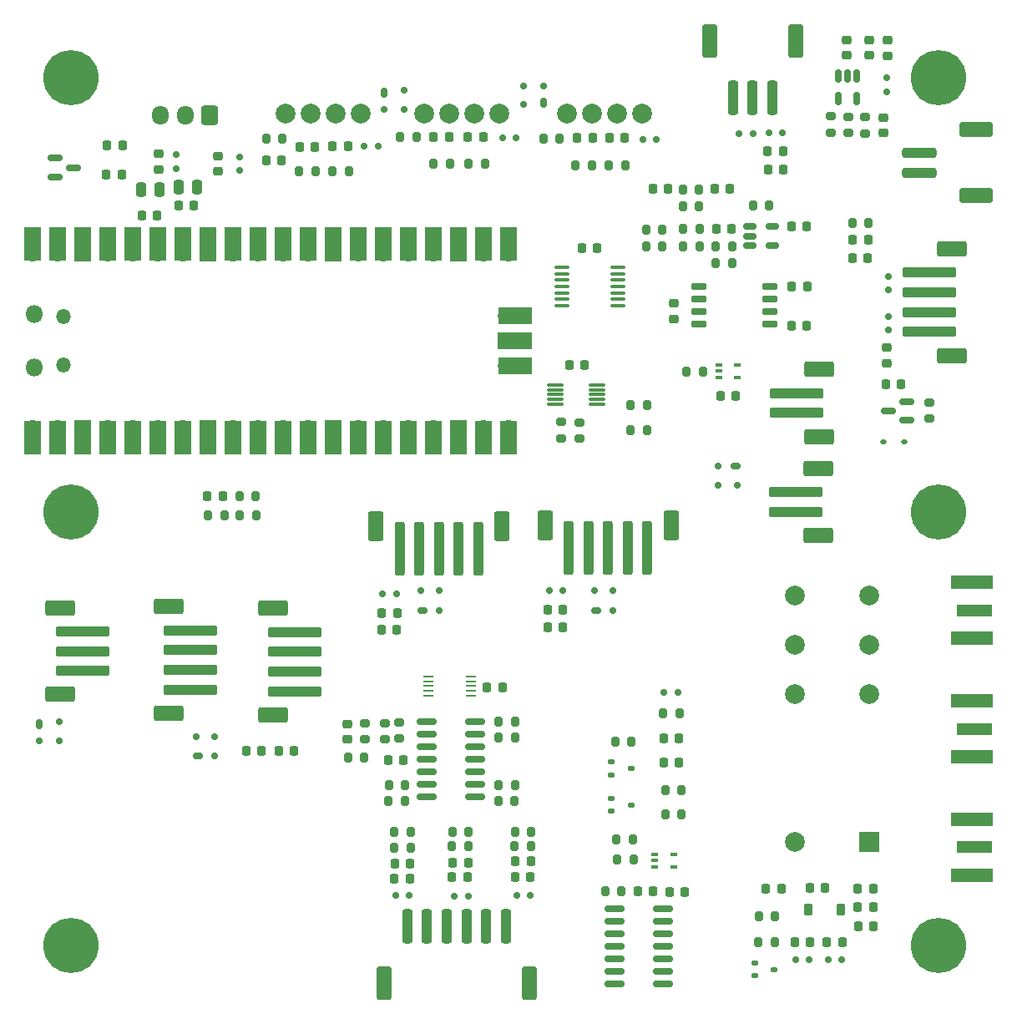
<source format=gbr>
%TF.GenerationSoftware,KiCad,Pcbnew,8.0.5*%
%TF.CreationDate,2024-11-15T14:38:43+00:00*%
%TF.ProjectId,HF PA Radio Interface,48462050-4120-4526-9164-696f20496e74,rev?*%
%TF.SameCoordinates,Original*%
%TF.FileFunction,Soldermask,Top*%
%TF.FilePolarity,Negative*%
%FSLAX46Y46*%
G04 Gerber Fmt 4.6, Leading zero omitted, Abs format (unit mm)*
G04 Created by KiCad (PCBNEW 8.0.5) date 2024-11-15 14:38:43*
%MOMM*%
%LPD*%
G01*
G04 APERTURE LIST*
G04 Aperture macros list*
%AMRoundRect*
0 Rectangle with rounded corners*
0 $1 Rounding radius*
0 $2 $3 $4 $5 $6 $7 $8 $9 X,Y pos of 4 corners*
0 Add a 4 corners polygon primitive as box body*
4,1,4,$2,$3,$4,$5,$6,$7,$8,$9,$2,$3,0*
0 Add four circle primitives for the rounded corners*
1,1,$1+$1,$2,$3*
1,1,$1+$1,$4,$5*
1,1,$1+$1,$6,$7*
1,1,$1+$1,$8,$9*
0 Add four rect primitives between the rounded corners*
20,1,$1+$1,$2,$3,$4,$5,0*
20,1,$1+$1,$4,$5,$6,$7,0*
20,1,$1+$1,$6,$7,$8,$9,0*
20,1,$1+$1,$8,$9,$2,$3,0*%
G04 Aperture macros list end*
%ADD10RoundRect,0.200000X0.200000X0.275000X-0.200000X0.275000X-0.200000X-0.275000X0.200000X-0.275000X0*%
%ADD11RoundRect,0.200000X-0.200000X-0.275000X0.200000X-0.275000X0.200000X0.275000X-0.200000X0.275000X0*%
%ADD12RoundRect,0.150000X-0.650000X-0.150000X0.650000X-0.150000X0.650000X0.150000X-0.650000X0.150000X0*%
%ADD13RoundRect,0.225000X-0.250000X0.225000X-0.250000X-0.225000X0.250000X-0.225000X0.250000X0.225000X0*%
%ADD14RoundRect,0.218750X-0.218750X-0.256250X0.218750X-0.256250X0.218750X0.256250X-0.218750X0.256250X0*%
%ADD15RoundRect,0.225000X-0.225000X-0.250000X0.225000X-0.250000X0.225000X0.250000X-0.225000X0.250000X0*%
%ADD16RoundRect,0.087500X-0.725000X-0.087500X0.725000X-0.087500X0.725000X0.087500X-0.725000X0.087500X0*%
%ADD17C,2.000000*%
%ADD18R,2.000000X2.000000*%
%ADD19RoundRect,0.200000X-0.275000X0.200000X-0.275000X-0.200000X0.275000X-0.200000X0.275000X0.200000X0*%
%ADD20RoundRect,0.225000X0.225000X0.375000X-0.225000X0.375000X-0.225000X-0.375000X0.225000X-0.375000X0*%
%ADD21RoundRect,0.175000X0.325000X-0.175000X0.325000X0.175000X-0.325000X0.175000X-0.325000X-0.175000X0*%
%ADD22RoundRect,0.150000X0.150000X-0.200000X0.150000X0.200000X-0.150000X0.200000X-0.150000X-0.200000X0*%
%ADD23RoundRect,0.250000X0.600000X0.725000X-0.600000X0.725000X-0.600000X-0.725000X0.600000X-0.725000X0*%
%ADD24O,1.700000X1.950000*%
%ADD25RoundRect,0.250000X0.250000X1.500000X-0.250000X1.500000X-0.250000X-1.500000X0.250000X-1.500000X0*%
%ADD26RoundRect,0.250001X0.499999X1.449999X-0.499999X1.449999X-0.499999X-1.449999X0.499999X-1.449999X0*%
%ADD27RoundRect,0.112500X-0.187500X-0.112500X0.187500X-0.112500X0.187500X0.112500X-0.187500X0.112500X0*%
%ADD28RoundRect,0.250000X2.500000X-0.250000X2.500000X0.250000X-2.500000X0.250000X-2.500000X-0.250000X0*%
%ADD29RoundRect,0.250000X1.250000X-0.550000X1.250000X0.550000X-1.250000X0.550000X-1.250000X-0.550000X0*%
%ADD30RoundRect,0.175000X-0.325000X0.175000X-0.325000X-0.175000X0.325000X-0.175000X0.325000X0.175000X0*%
%ADD31RoundRect,0.150000X-0.150000X0.200000X-0.150000X-0.200000X0.150000X-0.200000X0.150000X0.200000X0*%
%ADD32RoundRect,0.225000X0.225000X0.250000X-0.225000X0.250000X-0.225000X-0.250000X0.225000X-0.250000X0*%
%ADD33RoundRect,0.250000X-0.250000X-2.500000X0.250000X-2.500000X0.250000X2.500000X-0.250000X2.500000X0*%
%ADD34RoundRect,0.250000X-0.550000X-1.250000X0.550000X-1.250000X0.550000X1.250000X-0.550000X1.250000X0*%
%ADD35C,5.600000*%
%ADD36RoundRect,0.175000X-0.175000X-0.325000X0.175000X-0.325000X0.175000X0.325000X-0.175000X0.325000X0*%
%ADD37RoundRect,0.150000X-0.200000X-0.150000X0.200000X-0.150000X0.200000X0.150000X-0.200000X0.150000X0*%
%ADD38RoundRect,0.150000X0.150000X0.200000X-0.150000X0.200000X-0.150000X-0.200000X0.150000X-0.200000X0*%
%ADD39RoundRect,0.100000X-0.225000X-0.100000X0.225000X-0.100000X0.225000X0.100000X-0.225000X0.100000X0*%
%ADD40RoundRect,0.218750X-0.256250X0.218750X-0.256250X-0.218750X0.256250X-0.218750X0.256250X0.218750X0*%
%ADD41RoundRect,0.200000X0.275000X-0.200000X0.275000X0.200000X-0.275000X0.200000X-0.275000X-0.200000X0*%
%ADD42O,1.800000X1.800000*%
%ADD43O,1.500000X1.500000*%
%ADD44O,1.700000X1.700000*%
%ADD45R,1.700000X3.500000*%
%ADD46R,1.700000X1.700000*%
%ADD47R,3.500000X1.700000*%
%ADD48RoundRect,0.150000X-0.150000X0.512500X-0.150000X-0.512500X0.150000X-0.512500X0.150000X0.512500X0*%
%ADD49RoundRect,0.112500X-0.237500X0.112500X-0.237500X-0.112500X0.237500X-0.112500X0.237500X0.112500X0*%
%ADD50R,3.600000X1.270000*%
%ADD51R,4.200000X1.350000*%
%ADD52RoundRect,0.250000X-0.250000X-1.500000X0.250000X-1.500000X0.250000X1.500000X-0.250000X1.500000X0*%
%ADD53RoundRect,0.250001X-0.499999X-1.449999X0.499999X-1.449999X0.499999X1.449999X-0.499999X1.449999X0*%
%ADD54RoundRect,0.150000X0.587500X0.150000X-0.587500X0.150000X-0.587500X-0.150000X0.587500X-0.150000X0*%
%ADD55RoundRect,0.218750X0.256250X-0.218750X0.256250X0.218750X-0.256250X0.218750X-0.256250X-0.218750X0*%
%ADD56RoundRect,0.150000X-0.150000X-0.200000X0.150000X-0.200000X0.150000X0.200000X-0.150000X0.200000X0*%
%ADD57RoundRect,0.225000X0.250000X-0.225000X0.250000X0.225000X-0.250000X0.225000X-0.250000X-0.225000X0*%
%ADD58RoundRect,0.250000X1.500000X-0.250000X1.500000X0.250000X-1.500000X0.250000X-1.500000X-0.250000X0*%
%ADD59RoundRect,0.250001X1.449999X-0.499999X1.449999X0.499999X-1.449999X0.499999X-1.449999X-0.499999X0*%
%ADD60RoundRect,0.150000X-0.512500X-0.150000X0.512500X-0.150000X0.512500X0.150000X-0.512500X0.150000X0*%
%ADD61RoundRect,0.218750X0.218750X0.256250X-0.218750X0.256250X-0.218750X-0.256250X0.218750X-0.256250X0*%
%ADD62RoundRect,0.150000X0.200000X-0.150000X0.200000X0.150000X-0.200000X0.150000X-0.200000X-0.150000X0*%
%ADD63RoundRect,0.250000X-2.500000X0.250000X-2.500000X-0.250000X2.500000X-0.250000X2.500000X0.250000X0*%
%ADD64RoundRect,0.250000X-1.250000X0.550000X-1.250000X-0.550000X1.250000X-0.550000X1.250000X0.550000X0*%
%ADD65RoundRect,0.175000X0.175000X0.325000X-0.175000X0.325000X-0.175000X-0.325000X0.175000X-0.325000X0*%
%ADD66RoundRect,0.150000X0.200000X0.150000X-0.200000X0.150000X-0.200000X-0.150000X0.200000X-0.150000X0*%
%ADD67RoundRect,0.250000X0.250000X0.475000X-0.250000X0.475000X-0.250000X-0.475000X0.250000X-0.475000X0*%
%ADD68RoundRect,0.150000X-0.587500X-0.150000X0.587500X-0.150000X0.587500X0.150000X-0.587500X0.150000X0*%
%ADD69R,1.100000X0.250000*%
%ADD70RoundRect,0.150000X-0.200000X0.150000X-0.200000X-0.150000X0.200000X-0.150000X0.200000X0.150000X0*%
%ADD71RoundRect,0.150000X-0.825000X-0.150000X0.825000X-0.150000X0.825000X0.150000X-0.825000X0.150000X0*%
%ADD72RoundRect,0.100000X-0.637500X-0.100000X0.637500X-0.100000X0.637500X0.100000X-0.637500X0.100000X0*%
G04 APERTURE END LIST*
D10*
%TO.C,R22*%
X139840000Y-129320000D03*
X138190000Y-129320000D03*
%TD*%
D11*
%TO.C,R29*%
X171405000Y-74760000D03*
X173055000Y-74760000D03*
%TD*%
D12*
%TO.C,U8*%
X169640000Y-77195000D03*
X169640000Y-78465000D03*
X169640000Y-79735000D03*
X169640000Y-81005000D03*
X176840000Y-81005000D03*
X176840000Y-79735000D03*
X176840000Y-78465000D03*
X176840000Y-77195000D03*
%TD*%
D13*
%TO.C,C5*%
X134040000Y-121535000D03*
X134040000Y-123085000D03*
%TD*%
D14*
%TO.C,L17*%
X160582500Y-62070000D03*
X162157500Y-62070000D03*
%TD*%
D15*
%TO.C,C28*%
X179095000Y-77130000D03*
X180645000Y-77130000D03*
%TD*%
D16*
%TO.C,U6*%
X155130000Y-87120000D03*
X155130000Y-87620000D03*
X155130000Y-88120000D03*
X155130000Y-88620000D03*
X155130000Y-89120000D03*
X159355000Y-89120000D03*
X159355000Y-88620000D03*
X159355000Y-88120000D03*
X159355000Y-87620000D03*
X159355000Y-87120000D03*
%TD*%
D17*
%TO.C,K1*%
X186937500Y-113477500D03*
X179437500Y-113477500D03*
X186937500Y-118477500D03*
X179437500Y-118477500D03*
X186937500Y-108477500D03*
X179437500Y-108477500D03*
D18*
X186937500Y-133477500D03*
D17*
X179437500Y-133477500D03*
%TD*%
D11*
%TO.C,R9*%
X138785000Y-134030000D03*
X140435000Y-134030000D03*
%TD*%
%TO.C,R42*%
X162750000Y-91700000D03*
X164400000Y-91700000D03*
%TD*%
D19*
%TO.C,R12*%
X135830000Y-121440000D03*
X135830000Y-123090000D03*
%TD*%
D20*
%TO.C,D8*%
X184050000Y-140290000D03*
X180750000Y-140290000D03*
%TD*%
D21*
%TO.C,D10*%
X141680000Y-110020000D03*
D22*
X143380000Y-110020000D03*
X143380000Y-108020000D03*
X141480000Y-108020000D03*
%TD*%
D23*
%TO.C,J7*%
X120100000Y-59800000D03*
D24*
X117600000Y-59800000D03*
X115100000Y-59800000D03*
%TD*%
D11*
%TO.C,R47*%
X129135000Y-65480000D03*
X130785000Y-65480000D03*
%TD*%
D10*
%TO.C,R34*%
X176815000Y-68990000D03*
X175165000Y-68990000D03*
%TD*%
D11*
%TO.C,R52*%
X160565000Y-64880000D03*
X162215000Y-64880000D03*
%TD*%
%TO.C,R53*%
X125815000Y-62140000D03*
X127465000Y-62140000D03*
%TD*%
D25*
%TO.C,J15*%
X177140000Y-58020000D03*
X175140000Y-58020000D03*
X173140000Y-58020000D03*
D26*
X179490000Y-52270000D03*
X170790000Y-52270000D03*
%TD*%
D11*
%TO.C,R26*%
X168052500Y-67300000D03*
X169702500Y-67300000D03*
%TD*%
D14*
%TO.C,L4*%
X151032500Y-137050000D03*
X152607500Y-137050000D03*
%TD*%
D15*
%TO.C,C14*%
X148205000Y-117840000D03*
X149755000Y-117840000D03*
%TD*%
D11*
%TO.C,R30*%
X168105000Y-71340000D03*
X169755000Y-71340000D03*
%TD*%
%TO.C,R11*%
X150995000Y-133930000D03*
X152645000Y-133930000D03*
%TD*%
D10*
%TO.C,R27*%
X169692500Y-69020000D03*
X168042500Y-69020000D03*
%TD*%
D15*
%TO.C,C31*%
X188625000Y-87090000D03*
X190175000Y-87090000D03*
%TD*%
D27*
%TO.C,D21*%
X188390000Y-92920000D03*
X190490000Y-92920000D03*
%TD*%
D28*
%TO.C,J9*%
X128740000Y-118190000D03*
X128740000Y-116190000D03*
X128740000Y-114190000D03*
X128740000Y-112190000D03*
D29*
X126490000Y-120590000D03*
X126490000Y-109790000D03*
%TD*%
D30*
%TO.C,D19*%
X173365000Y-95335000D03*
D31*
X171665000Y-95335000D03*
X171665000Y-97335000D03*
X173565000Y-97335000D03*
%TD*%
D11*
%TO.C,R49*%
X142762500Y-64690000D03*
X144412500Y-64690000D03*
%TD*%
D28*
%TO.C,J8*%
X118130000Y-118030000D03*
X118130000Y-116030000D03*
X118130000Y-114030000D03*
X118130000Y-112030000D03*
D29*
X115880000Y-120430000D03*
X115880000Y-109630000D03*
%TD*%
D19*
%TO.C,R40*%
X183080000Y-59922592D03*
X183080000Y-61572592D03*
%TD*%
D14*
%TO.C,L2*%
X138792500Y-137180000D03*
X140367500Y-137180000D03*
%TD*%
D32*
%TO.C,C38*%
X127335000Y-64350000D03*
X125785000Y-64350000D03*
%TD*%
D17*
%TO.C,J16*%
X135420000Y-59610000D03*
X132880000Y-59610000D03*
X130340000Y-59610000D03*
X127800000Y-59610000D03*
%TD*%
D33*
%TO.C,J6*%
X156470000Y-103660000D03*
X158470000Y-103660000D03*
X160470000Y-103660000D03*
X162470000Y-103660000D03*
X164470000Y-103660000D03*
D34*
X154070000Y-101410000D03*
X166870000Y-101410000D03*
%TD*%
D35*
%TO.C,H2*%
X194000000Y-56000000D03*
%TD*%
D36*
%TO.C,D17*%
X102800000Y-121500000D03*
D37*
X102800000Y-123200000D03*
X104800000Y-123200000D03*
X104800000Y-121300000D03*
%TD*%
D10*
%TO.C,R56*%
X121585000Y-100320000D03*
X119935000Y-100320000D03*
%TD*%
D28*
%TO.C,J10*%
X107170000Y-116120000D03*
X107170000Y-114120000D03*
X107170000Y-112120000D03*
D29*
X104920000Y-118520000D03*
X104920000Y-109720000D03*
%TD*%
D38*
%TO.C,D27*%
X163990000Y-62240000D03*
X165390000Y-62240000D03*
%TD*%
D11*
%TO.C,R8*%
X166270000Y-130712500D03*
X167920000Y-130712500D03*
%TD*%
D35*
%TO.C,H6*%
X106000000Y-100000000D03*
%TD*%
D17*
%TO.C,J18*%
X163910000Y-59670000D03*
X161370000Y-59670000D03*
X158830000Y-59670000D03*
X156290000Y-59670000D03*
%TD*%
D10*
%TO.C,R18*%
X151035000Y-127670000D03*
X149385000Y-127670000D03*
%TD*%
D39*
%TO.C,U9*%
X171680000Y-85080000D03*
X171680000Y-85730000D03*
X171680000Y-86380000D03*
X173580000Y-86380000D03*
X173580000Y-85080000D03*
%TD*%
D10*
%TO.C,R13*%
X140465000Y-132440000D03*
X138815000Y-132440000D03*
%TD*%
D11*
%TO.C,R10*%
X144645000Y-133910000D03*
X146295000Y-133910000D03*
%TD*%
D40*
%TO.C,L8*%
X114920000Y-63732500D03*
X114920000Y-65307500D03*
%TD*%
D14*
%TO.C,L12*%
X185245000Y-74270000D03*
X186820000Y-74270000D03*
%TD*%
%TO.C,L16*%
X146255000Y-61970000D03*
X147830000Y-61970000D03*
%TD*%
D41*
%TO.C,R33*%
X155710000Y-92565000D03*
X155710000Y-90915000D03*
%TD*%
D32*
%TO.C,C23*%
X114760000Y-69990000D03*
X113210000Y-69990000D03*
%TD*%
D15*
%TO.C,C24*%
X185275000Y-72460000D03*
X186825000Y-72460000D03*
%TD*%
D14*
%TO.C,L6*%
X185792500Y-140030000D03*
X187367500Y-140030000D03*
%TD*%
D41*
%TO.C,R31*%
X157550000Y-92575000D03*
X157550000Y-90925000D03*
%TD*%
D42*
%TO.C,A1*%
X102250000Y-85395000D03*
D43*
X105280000Y-85095000D03*
X105280000Y-80245000D03*
D42*
X102250000Y-79945000D03*
D44*
X102120000Y-91560000D03*
D45*
X102120000Y-92460000D03*
D44*
X104660000Y-91560000D03*
D45*
X104660000Y-92460000D03*
D46*
X107200000Y-91560000D03*
D45*
X107200000Y-92460000D03*
D44*
X109740000Y-91560000D03*
D45*
X109740000Y-92460000D03*
D44*
X112280000Y-91560000D03*
D45*
X112280000Y-92460000D03*
D44*
X114820000Y-91560000D03*
D45*
X114820000Y-92460000D03*
D44*
X117360000Y-91560000D03*
D45*
X117360000Y-92460000D03*
D46*
X119900000Y-91560000D03*
D45*
X119900000Y-92460000D03*
D44*
X122440000Y-91560000D03*
D45*
X122440000Y-92460000D03*
D44*
X124980000Y-91560000D03*
D45*
X124980000Y-92460000D03*
D44*
X127520000Y-91560000D03*
D45*
X127520000Y-92460000D03*
D44*
X130060000Y-91560000D03*
D45*
X130060000Y-92460000D03*
D46*
X132600000Y-91560000D03*
D45*
X132600000Y-92460000D03*
D44*
X135140000Y-91560000D03*
D45*
X135140000Y-92460000D03*
D44*
X137680000Y-91560000D03*
D45*
X137680000Y-92460000D03*
D44*
X140220000Y-91560000D03*
D45*
X140220000Y-92460000D03*
D44*
X142760000Y-91560000D03*
D45*
X142760000Y-92460000D03*
D46*
X145300000Y-91560000D03*
D45*
X145300000Y-92460000D03*
D44*
X147840000Y-91560000D03*
D45*
X147840000Y-92460000D03*
D44*
X150380000Y-91560000D03*
D45*
X150380000Y-92460000D03*
D44*
X150380000Y-73780000D03*
D45*
X150380000Y-72880000D03*
D44*
X147840000Y-73780000D03*
D45*
X147840000Y-72880000D03*
D46*
X145300000Y-73780000D03*
D45*
X145300000Y-72880000D03*
D44*
X142760000Y-73780000D03*
D45*
X142760000Y-72880000D03*
D44*
X140220000Y-73780000D03*
D45*
X140220000Y-72880000D03*
D44*
X137680000Y-73780000D03*
D45*
X137680000Y-72880000D03*
D44*
X135140000Y-73780000D03*
D45*
X135140000Y-72880000D03*
D46*
X132600000Y-73780000D03*
D45*
X132600000Y-72880000D03*
D44*
X130060000Y-73780000D03*
D45*
X130060000Y-72880000D03*
D44*
X127520000Y-73780000D03*
D45*
X127520000Y-72880000D03*
D44*
X124980000Y-73780000D03*
D45*
X124980000Y-72880000D03*
D44*
X122440000Y-73780000D03*
D45*
X122440000Y-72880000D03*
D46*
X119900000Y-73780000D03*
D45*
X119900000Y-72880000D03*
D44*
X117360000Y-73780000D03*
D45*
X117360000Y-72880000D03*
D44*
X114820000Y-73780000D03*
D45*
X114820000Y-72880000D03*
D44*
X112280000Y-73780000D03*
D45*
X112280000Y-72880000D03*
D44*
X109740000Y-73780000D03*
D45*
X109740000Y-72880000D03*
D46*
X107200000Y-73780000D03*
D45*
X107200000Y-72880000D03*
D44*
X104660000Y-73780000D03*
D45*
X104660000Y-72880000D03*
D44*
X102120000Y-73780000D03*
D45*
X102120000Y-72880000D03*
D44*
X150150000Y-85210000D03*
D47*
X151050000Y-85210000D03*
D46*
X150150000Y-82670000D03*
D47*
X151050000Y-82670000D03*
D44*
X150150000Y-80130000D03*
D47*
X151050000Y-80130000D03*
%TD*%
D48*
%TO.C,U7*%
X185690000Y-55832592D03*
X184740000Y-55832592D03*
X183790000Y-55832592D03*
X183790000Y-58107592D03*
X185690000Y-58107592D03*
%TD*%
D38*
%TO.C,D25*%
X135760000Y-62960000D03*
X137160000Y-62960000D03*
%TD*%
D15*
%TO.C,C34*%
X179075000Y-81100000D03*
X180625000Y-81100000D03*
%TD*%
D11*
%TO.C,R16*%
X134085000Y-124910000D03*
X135735000Y-124910000D03*
%TD*%
D32*
%TO.C,C39*%
X139725000Y-125130000D03*
X138175000Y-125130000D03*
%TD*%
D49*
%TO.C,D5*%
X160800000Y-125372500D03*
X160800000Y-126672500D03*
X162800000Y-126022500D03*
%TD*%
D38*
%TO.C,D4*%
X179470000Y-145400000D03*
X180870000Y-145400000D03*
%TD*%
D11*
%TO.C,R41*%
X162750000Y-89190000D03*
X164400000Y-89190000D03*
%TD*%
D50*
%TO.C,J2*%
X197600000Y-122000000D03*
D51*
X197400000Y-124825000D03*
X197400000Y-119175000D03*
%TD*%
D50*
%TO.C,J4*%
X197600000Y-110000000D03*
D51*
X197400000Y-112825000D03*
X197400000Y-107175000D03*
%TD*%
D52*
%TO.C,J1*%
X140100000Y-142000000D03*
X142100000Y-142000000D03*
X144100000Y-142000000D03*
X146100000Y-142000000D03*
X148100000Y-142000000D03*
X150100000Y-142000000D03*
D53*
X137750000Y-147750000D03*
X152450000Y-147750000D03*
%TD*%
D32*
%TO.C,C40*%
X130757500Y-63010000D03*
X129207500Y-63010000D03*
%TD*%
D14*
%TO.C,L15*%
X132552500Y-62980000D03*
X134127500Y-62980000D03*
%TD*%
D15*
%TO.C,C12*%
X171295000Y-67270000D03*
X172845000Y-67270000D03*
%TD*%
D36*
%TO.C,D29*%
X137760000Y-57480000D03*
D37*
X137760000Y-59180000D03*
X139760000Y-59180000D03*
X139760000Y-57280000D03*
%TD*%
D11*
%TO.C,R6*%
X161385000Y-135272500D03*
X163035000Y-135272500D03*
%TD*%
D15*
%TO.C,C16*%
X137515000Y-111950000D03*
X139065000Y-111950000D03*
%TD*%
%TO.C,C4*%
X180925000Y-138120000D03*
X182475000Y-138120000D03*
%TD*%
%TO.C,C26*%
X156515000Y-85120000D03*
X158065000Y-85120000D03*
%TD*%
D54*
%TO.C,Q2*%
X190750000Y-90740000D03*
X190750000Y-88840000D03*
X188875000Y-89790000D03*
%TD*%
D32*
%TO.C,C42*%
X158895000Y-62100000D03*
X157345000Y-62100000D03*
%TD*%
D11*
%TO.C,R23*%
X149355000Y-129280000D03*
X151005000Y-129280000D03*
%TD*%
D14*
%TO.C,L3*%
X144632500Y-137030000D03*
X146207500Y-137030000D03*
%TD*%
D55*
%TO.C,L14*%
X188750000Y-84937500D03*
X188750000Y-83362500D03*
%TD*%
D38*
%TO.C,D3*%
X144910000Y-138940000D03*
X146310000Y-138940000D03*
%TD*%
D21*
%TO.C,D16*%
X118900000Y-124770000D03*
D22*
X120600000Y-124770000D03*
X120600000Y-122770000D03*
X118700000Y-122770000D03*
%TD*%
D32*
%TO.C,C19*%
X118445000Y-68920000D03*
X116895000Y-68920000D03*
%TD*%
D35*
%TO.C,H3*%
X106000000Y-144000000D03*
%TD*%
D15*
%TO.C,C9*%
X166705000Y-138522500D03*
X168255000Y-138522500D03*
%TD*%
D41*
%TO.C,R39*%
X186550000Y-61632592D03*
X186550000Y-59982592D03*
%TD*%
D15*
%TO.C,C6*%
X138865000Y-135660000D03*
X140415000Y-135660000D03*
%TD*%
%TO.C,C8*%
X151095000Y-135450000D03*
X152645000Y-135450000D03*
%TD*%
D11*
%TO.C,R4*%
X161335000Y-133192500D03*
X162985000Y-133192500D03*
%TD*%
D38*
%TO.C,D26*%
X149772500Y-62080000D03*
X151172500Y-62080000D03*
%TD*%
D56*
%TO.C,D24*%
X175147500Y-61630000D03*
X173747500Y-61630000D03*
%TD*%
D11*
%TO.C,R50*%
X146315000Y-64700000D03*
X147965000Y-64700000D03*
%TD*%
D57*
%TO.C,C25*%
X184650000Y-53732592D03*
X184650000Y-52182592D03*
%TD*%
D41*
%TO.C,R43*%
X193010000Y-90555000D03*
X193010000Y-88905000D03*
%TD*%
D33*
%TO.C,J5*%
X139330000Y-103750000D03*
X141330000Y-103750000D03*
X143330000Y-103750000D03*
X145330000Y-103750000D03*
X147330000Y-103750000D03*
D34*
X136930000Y-101500000D03*
X149730000Y-101500000D03*
%TD*%
D15*
%TO.C,C33*%
X109690000Y-62895000D03*
X111240000Y-62895000D03*
%TD*%
D32*
%TO.C,C35*%
X173405000Y-88220000D03*
X171855000Y-88220000D03*
%TD*%
D14*
%TO.C,L11*%
X123772500Y-124230000D03*
X125347500Y-124230000D03*
%TD*%
D10*
%TO.C,R5*%
X167720000Y-120422500D03*
X166070000Y-120422500D03*
%TD*%
D35*
%TO.C,H5*%
X194000000Y-100000000D03*
%TD*%
D14*
%TO.C,L10*%
X154342500Y-109970000D03*
X155917500Y-109970000D03*
%TD*%
D41*
%TO.C,R25*%
X139270000Y-122975000D03*
X139270000Y-121325000D03*
%TD*%
D49*
%TO.C,D2*%
X160800000Y-129050000D03*
X160800000Y-130350000D03*
X162800000Y-129700000D03*
%TD*%
D19*
%TO.C,R38*%
X184850000Y-59972592D03*
X184850000Y-61622592D03*
%TD*%
D14*
%TO.C,L1*%
X176492500Y-138180000D03*
X178067500Y-138180000D03*
%TD*%
D56*
%TO.C,D9*%
X184180000Y-145390000D03*
X182780000Y-145390000D03*
%TD*%
D58*
%TO.C,J14*%
X192010000Y-65610000D03*
X192010000Y-63610000D03*
D59*
X197760000Y-67960000D03*
X197760000Y-61260000D03*
%TD*%
D60*
%TO.C,U5*%
X174822500Y-71100000D03*
X174822500Y-72050000D03*
X174822500Y-73000000D03*
X177097500Y-73000000D03*
X177097500Y-71100000D03*
%TD*%
D32*
%TO.C,C2*%
X167650000Y-125442500D03*
X166100000Y-125442500D03*
%TD*%
D61*
%TO.C,D23*%
X121382500Y-98390000D03*
X119807500Y-98390000D03*
%TD*%
D32*
%TO.C,C41*%
X144347500Y-61980000D03*
X142797500Y-61980000D03*
%TD*%
D13*
%TO.C,C29*%
X186990000Y-52197592D03*
X186990000Y-53747592D03*
%TD*%
D15*
%TO.C,C22*%
X127105000Y-124210000D03*
X128655000Y-124210000D03*
%TD*%
D10*
%TO.C,R14*%
X146325000Y-132420000D03*
X144675000Y-132420000D03*
%TD*%
D14*
%TO.C,L9*%
X137502500Y-110260000D03*
X139077500Y-110260000D03*
%TD*%
D32*
%TO.C,C18*%
X173005000Y-71340000D03*
X171455000Y-71340000D03*
%TD*%
D38*
%TO.C,D7*%
X166155000Y-118342500D03*
X167555000Y-118342500D03*
%TD*%
D62*
%TO.C,D20*%
X188740000Y-56037592D03*
X188740000Y-57437592D03*
%TD*%
D10*
%TO.C,R21*%
X161815000Y-138502500D03*
X160165000Y-138502500D03*
%TD*%
D32*
%TO.C,C37*%
X159345000Y-73240000D03*
X157795000Y-73240000D03*
%TD*%
D14*
%TO.C,L18*%
X176662500Y-63420000D03*
X178237500Y-63420000D03*
%TD*%
D38*
%TO.C,D6*%
X138912500Y-138890000D03*
X140312500Y-138890000D03*
%TD*%
D39*
%TO.C,U1*%
X165220000Y-134712500D03*
X165220000Y-135362500D03*
X165220000Y-136012500D03*
X167120000Y-136012500D03*
X167120000Y-134712500D03*
%TD*%
D11*
%TO.C,R54*%
X153915000Y-62140000D03*
X155565000Y-62140000D03*
%TD*%
D63*
%TO.C,J13*%
X179520000Y-98030000D03*
X179520000Y-100030000D03*
D64*
X181770000Y-95630000D03*
X181770000Y-102430000D03*
%TD*%
D65*
%TO.C,D30*%
X153900000Y-58540000D03*
D66*
X153900000Y-56840000D03*
X151900000Y-56840000D03*
X151900000Y-58740000D03*
%TD*%
D11*
%TO.C,R51*%
X157160000Y-64880000D03*
X158810000Y-64880000D03*
%TD*%
D40*
%TO.C,L13*%
X188780000Y-52205092D03*
X188780000Y-53780092D03*
%TD*%
D11*
%TO.C,R35*%
X185245000Y-70690000D03*
X186895000Y-70690000D03*
%TD*%
%TO.C,R28*%
X168105000Y-73080000D03*
X169755000Y-73080000D03*
%TD*%
D67*
%TO.C,C21*%
X114980000Y-67340000D03*
X113080000Y-67340000D03*
%TD*%
D15*
%TO.C,C3*%
X179425000Y-143610000D03*
X180975000Y-143610000D03*
%TD*%
D68*
%TO.C,Q3*%
X104370000Y-64150000D03*
X104370000Y-66050000D03*
X106245000Y-65100000D03*
%TD*%
D32*
%TO.C,C1*%
X167650000Y-122932500D03*
X166100000Y-122932500D03*
%TD*%
D38*
%TO.C,D1*%
X151200000Y-138880000D03*
X152600000Y-138880000D03*
%TD*%
D11*
%TO.C,R1*%
X175745000Y-140970000D03*
X177395000Y-140970000D03*
%TD*%
%TO.C,R46*%
X139405000Y-62030000D03*
X141055000Y-62030000D03*
%TD*%
D15*
%TO.C,C15*%
X154355000Y-111730000D03*
X155905000Y-111730000D03*
%TD*%
D32*
%TO.C,C36*%
X165055000Y-138502500D03*
X163505000Y-138502500D03*
%TD*%
D13*
%TO.C,C32*%
X167120000Y-78880000D03*
X167120000Y-80430000D03*
%TD*%
D15*
%TO.C,C20*%
X179042500Y-71080000D03*
X180592500Y-71080000D03*
%TD*%
D11*
%TO.C,R24*%
X149375000Y-121290000D03*
X151025000Y-121290000D03*
%TD*%
D15*
%TO.C,C7*%
X144725000Y-135540000D03*
X146275000Y-135540000D03*
%TD*%
D38*
%TO.C,D14*%
X154487500Y-108010000D03*
X155887500Y-108010000D03*
%TD*%
D10*
%TO.C,R15*%
X152695000Y-132420000D03*
X151045000Y-132420000D03*
%TD*%
D62*
%TO.C,D22*%
X188900000Y-80170000D03*
X188900000Y-81570000D03*
%TD*%
D35*
%TO.C,H1*%
X106000000Y-56000000D03*
%TD*%
D41*
%TO.C,R20*%
X137810000Y-123085000D03*
X137810000Y-121435000D03*
%TD*%
D61*
%TO.C,L5*%
X187377500Y-138230000D03*
X185802500Y-138230000D03*
%TD*%
D11*
%TO.C,R2*%
X175725000Y-143630000D03*
X177375000Y-143630000D03*
%TD*%
D15*
%TO.C,C11*%
X185815000Y-142000000D03*
X187365000Y-142000000D03*
%TD*%
D11*
%TO.C,R36*%
X164305000Y-73110000D03*
X165955000Y-73110000D03*
%TD*%
D63*
%TO.C,J12*%
X179585000Y-87965000D03*
X179585000Y-89965000D03*
D64*
X181835000Y-85565000D03*
X181835000Y-92365000D03*
%TD*%
D35*
%TO.C,H4*%
X194000000Y-144000000D03*
%TD*%
D11*
%TO.C,R7*%
X166270000Y-128202500D03*
X167920000Y-128202500D03*
%TD*%
D32*
%TO.C,C13*%
X166545000Y-67240000D03*
X164995000Y-67240000D03*
%TD*%
D17*
%TO.C,J17*%
X149460000Y-59670000D03*
X146920000Y-59670000D03*
X144380000Y-59670000D03*
X141840000Y-59670000D03*
%TD*%
D69*
%TO.C,U4*%
X142265000Y-116672500D03*
X142265000Y-117172500D03*
X142265000Y-117672500D03*
X142265000Y-118172500D03*
X142265000Y-118672500D03*
X146565000Y-118672500D03*
X146565000Y-118172500D03*
X146565000Y-117672500D03*
X146565000Y-117172500D03*
X146565000Y-116672500D03*
%TD*%
D11*
%TO.C,R55*%
X123155000Y-100390000D03*
X124805000Y-100390000D03*
%TD*%
D21*
%TO.C,D11*%
X159267500Y-109980000D03*
D22*
X160967500Y-109980000D03*
X160967500Y-107980000D03*
X159067500Y-107980000D03*
%TD*%
D11*
%TO.C,R48*%
X132545000Y-65480000D03*
X134195000Y-65480000D03*
%TD*%
D70*
%TO.C,D18*%
X188870000Y-77520000D03*
X188870000Y-76120000D03*
%TD*%
D38*
%TO.C,D13*%
X137590000Y-108280000D03*
X138990000Y-108280000D03*
%TD*%
D11*
%TO.C,R19*%
X149380000Y-122910000D03*
X151030000Y-122910000D03*
%TD*%
D71*
%TO.C,U3*%
X142060000Y-121310000D03*
X142060000Y-122580000D03*
X142060000Y-123850000D03*
X142060000Y-125120000D03*
X142060000Y-126390000D03*
X142060000Y-127660000D03*
X142060000Y-128930000D03*
X147010000Y-128930000D03*
X147010000Y-127660000D03*
X147010000Y-126390000D03*
X147010000Y-125120000D03*
X147010000Y-123850000D03*
X147010000Y-122580000D03*
X147010000Y-121310000D03*
%TD*%
D11*
%TO.C,R32*%
X171395000Y-73060000D03*
X173045000Y-73060000D03*
%TD*%
D32*
%TO.C,C10*%
X184225000Y-143620000D03*
X182675000Y-143620000D03*
%TD*%
D62*
%TO.C,D12*%
X123090000Y-64000000D03*
X123090000Y-65400000D03*
%TD*%
D38*
%TO.C,D28*%
X176780000Y-61590000D03*
X178180000Y-61590000D03*
%TD*%
D62*
%TO.C,D15*%
X116720000Y-63812500D03*
X116720000Y-65212500D03*
%TD*%
D67*
%TO.C,C17*%
X118820000Y-67110000D03*
X116920000Y-67110000D03*
%TD*%
D15*
%TO.C,C30*%
X109590000Y-65825000D03*
X111140000Y-65825000D03*
%TD*%
D40*
%TO.C,L7*%
X120910000Y-63922500D03*
X120910000Y-65497500D03*
%TD*%
D49*
%TO.C,Q1*%
X175340000Y-145732500D03*
X175340000Y-147032500D03*
X177340000Y-146382500D03*
%TD*%
D11*
%TO.C,R45*%
X123080000Y-98390000D03*
X124730000Y-98390000D03*
%TD*%
%TO.C,R37*%
X164325000Y-71370000D03*
X165975000Y-71370000D03*
%TD*%
D15*
%TO.C,C43*%
X176715000Y-65320000D03*
X178265000Y-65320000D03*
%TD*%
D71*
%TO.C,U2*%
X161100000Y-140262500D03*
X161100000Y-141532500D03*
X161100000Y-142802500D03*
X161100000Y-144072500D03*
X161100000Y-145342500D03*
X161100000Y-146612500D03*
X161100000Y-147882500D03*
X166050000Y-147882500D03*
X166050000Y-146612500D03*
X166050000Y-145342500D03*
X166050000Y-144072500D03*
X166050000Y-142802500D03*
X166050000Y-141532500D03*
X166050000Y-140262500D03*
%TD*%
D72*
%TO.C,U10*%
X155757500Y-75210000D03*
X155757500Y-75860000D03*
X155757500Y-76510000D03*
X155757500Y-77160000D03*
X155757500Y-77810000D03*
X155757500Y-78460000D03*
X155757500Y-79110000D03*
X161482500Y-79110000D03*
X161482500Y-78460000D03*
X161482500Y-77810000D03*
X161482500Y-77160000D03*
X161482500Y-76510000D03*
X161482500Y-75860000D03*
X161482500Y-75210000D03*
%TD*%
D10*
%TO.C,R3*%
X162845000Y-123290000D03*
X161195000Y-123290000D03*
%TD*%
D11*
%TO.C,R44*%
X168425000Y-85780000D03*
X170075000Y-85780000D03*
%TD*%
D50*
%TO.C,J3*%
X197600000Y-134000000D03*
D51*
X197400000Y-136825000D03*
X197400000Y-131175000D03*
%TD*%
D13*
%TO.C,C27*%
X188390000Y-60052592D03*
X188390000Y-61602592D03*
%TD*%
D11*
%TO.C,R17*%
X138235000Y-127730000D03*
X139885000Y-127730000D03*
%TD*%
D63*
%TO.C,J11*%
X193060000Y-75750000D03*
X193060000Y-77750000D03*
X193060000Y-79750000D03*
X193060000Y-81750000D03*
D64*
X195310000Y-73350000D03*
X195310000Y-84150000D03*
%TD*%
M02*

</source>
